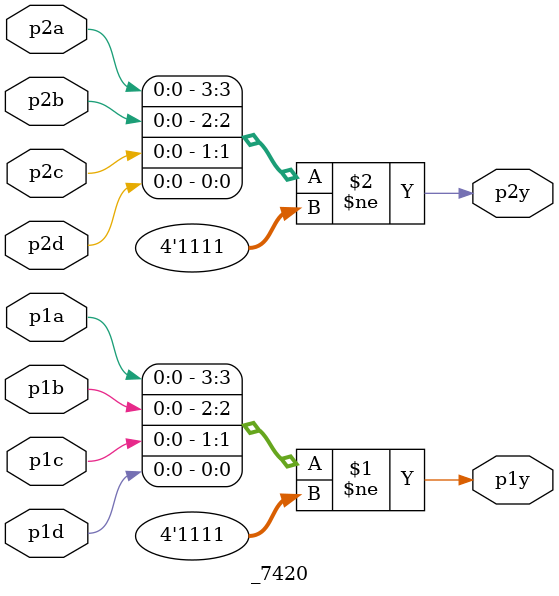
<source format=v>
module _7420(	// file.cleaned.mlir:2:3
  input  p1a,	// file.cleaned.mlir:2:23
         p1b,	// file.cleaned.mlir:2:37
         p1c,	// file.cleaned.mlir:2:51
         p1d,	// file.cleaned.mlir:2:65
         p2a,	// file.cleaned.mlir:2:79
         p2b,	// file.cleaned.mlir:2:93
         p2c,	// file.cleaned.mlir:2:107
         p2d,	// file.cleaned.mlir:2:121
  output p1y,	// file.cleaned.mlir:2:136
         p2y	// file.cleaned.mlir:2:150
);

  assign p1y = {p1a, p1b, p1c, p1d} != 4'hF;	// file.cleaned.mlir:3:15, :4:10, :5:10, :8:5
  assign p2y = {p2a, p2b, p2c, p2d} != 4'hF;	// file.cleaned.mlir:3:15, :6:10, :7:10, :8:5
endmodule


</source>
